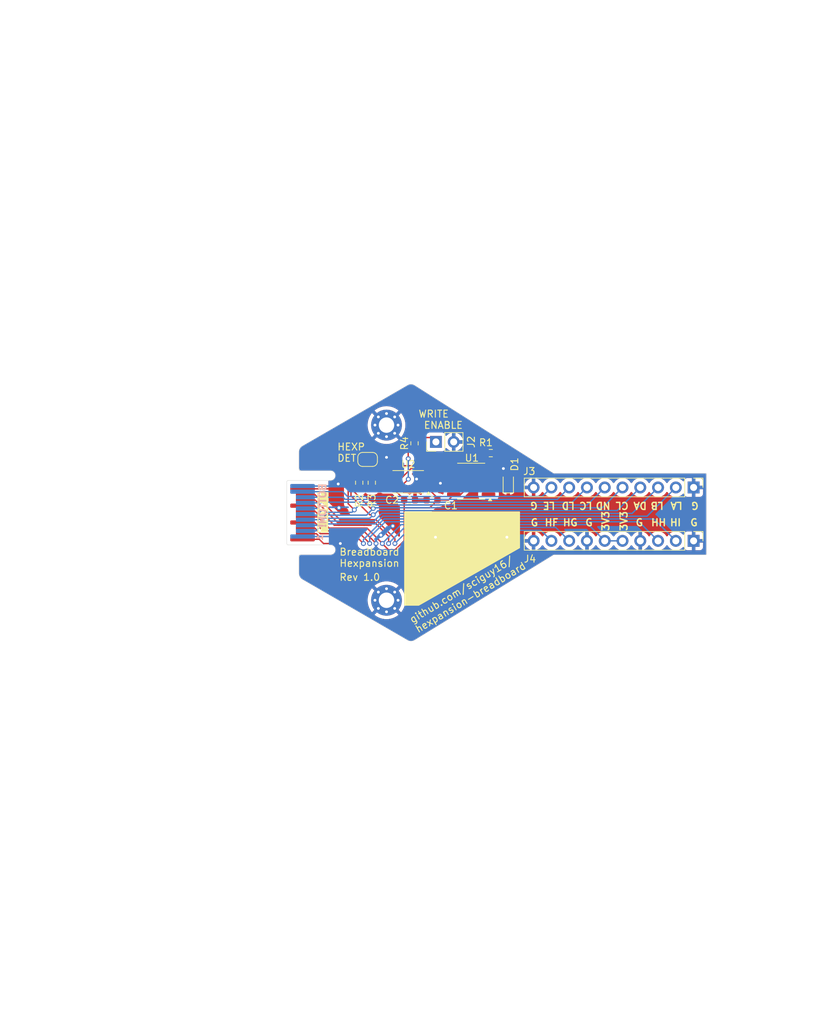
<source format=kicad_pcb>
(kicad_pcb (version 20240108) (generator "pcbnew") (generator_version "8.0")
  (layers (0 "F.Cu" signal) (31 "B.Cu" signal) (34 "B.Paste" user) (35 "F.Paste" user) (36 "B.SilkS" user "B.Silkscreen") (37 "F.SilkS" user "F.Silkscreen") (38 "B.Mask" user) (39 "F.Mask" user) (44 "Edge.Cuts" user))
  (net 0 "")
  (net 1 "/GND")
  (net 2 "/LS_A")
  (net 3 "/LS_B")
  (net 4 "/SDA")
  (net 5 "/SCL")
  (net 6 "/LS_C")
  (net 7 "/LS_D")
  (net 8 "/LS_E")
  (net 9 "/HS_F")
  (net 10 "/HS_G")
  (net 11 "/3V3")
  (net 12 "/HS_H")
  (net 13 "/HS_I")
  (net 14 "Net-(D1-A)")
  (net 15 "/HEXP_DET")
  (net 16 "/WE")
  (footprint "Resistor_SMD:R_0603_1608Metric" (layer "F.Cu") (at 116.5 90.1 90)
    (property "Reference" "R4" (at 0 -1.43 270) (layer "F.SilkS"))
    (property "Value" "R")
    (fp_line (start -0.237258 -0.5225) (end 0.237258 -0.5225) (stroke (width 0.12)) (layer "F.SilkS"))
    (fp_line (start -0.237258 0.5225) (end 0.237258 0.5225) (stroke (width 0.12)) (layer "F.SilkS"))
    (pad "1" smd roundrect (at -0.825 0 90) (size 0.8 0.95) (layers "F.Cu" "F.Paste" "F.Mask") (net 11 "/3V3"))
    (pad "2" smd roundrect (at 0.825 0 90) (size 0.8 0.95) (layers "F.Cu" "F.Paste" "F.Mask") (net 16 "/WE"))
  )
  (footprint "tildagon:hexpansion-edge-connector" (layer "F.Cu") (at 98.25 100)
    (property "Reference" "J1" (hide yes))
    (property "Value" "Hexpansion-Connector" (hide yes))
    (fp_line (start 0 4.4) (end 0 -4.4) (stroke (width 0.05)) (layer "Edge.Cuts"))
    (fp_line (start 6.25 -6) (end 2 -6) (stroke (width 0.05)) (layer "Edge.Cuts"))
    (fp_line (start 6.25 -4.6) (end 0.2 -4.6) (stroke (width 0.05)) (layer "Edge.Cuts"))
    (fp_line (start 6.25 4.6) (end 0.2 4.6) (stroke (width 0.05)) (layer "Edge.Cuts"))
    (fp_line (start 6.25 6) (end 2 6) (stroke (width 0.05)) (layer "Edge.Cuts"))
    (fp_arc (start 0 -4.4) (mid 0.058579 -4.541421) (end 0.2 -4.6) (stroke (width 0.05)) (layer "Edge.Cuts"))
    (fp_arc (start 0.2 4.6) (mid 0.058579 4.541421) (end 0 4.4) (stroke (width 0.05)) (layer "Edge.Cuts"))
    (fp_arc (start 6.25 -6) (mid 6.744975 -5.794975) (end 6.95 -5.3) (stroke (width 0.05)) (layer "Edge.Cuts"))
    (fp_arc (start 6.25 4.6) (mid 6.744975 4.805025) (end 6.95 5.3) (stroke (width 0.05)) (layer "Edge.Cuts"))
    (fp_arc (start 6.95 -5.3) (mid 6.744975 -4.805025) (end 6.25 -4.6) (stroke (width 0.05)) (layer "Edge.Cuts"))
    (fp_arc (start 6.95 5.3) (mid 6.744975 5.794975) (end 6.25 6) (stroke (width 0.05)) (layer "Edge.Cuts"))
    (fp_text user "BOTTOM!" (at 5.7 -4.3 90) (layer "B.SilkS") (effects (font (thickness 0.25) (bold yes)) (justify left bottom mirror)))
    (fp_text user "1" (at 5.2 3.05 90) (layer "B.SilkS") (effects (font (size 0.8 0.8) (thickness 0.2) (bold yes)) (justify left bottom mirror)))
    (fp_text user "^ TOP ^" (at 5.8 2.85 90) (layer "F.SilkS" knockout) (effects (font (thickness 0.25) (bold yes)) (justify left bottom)))
    (pad "1" smd roundrect (at 2.25 3.4) (size 3.5 0.6) (layers "B.Cu" "B.Mask") (net 1 "/GND"))
    (pad "2" smd roundrect (at 2.65 2.6) (size 2.7 0.6) (layers "B.Cu" "B.Mask") (net 2 "/LS_A"))
    (pad "3" smd roundrect (at 2.65 1.8) (size 2.7 0.6) (layers "B.Cu" "B.Mask") (net 3 "/LS_B"))
    (pad "4" smd roundrect (at 2.65 1) (size 2.7 0.6) (layers "B.Cu" "B.Mask") (net 4 "/SDA"))
    (pad "5" smd roundrect (at 2.65 0.2) (size 2.7 0.6) (layers "B.Cu" "B.Mask") (net 5 "/SCL"))
    (pad "6" smd roundrect (at 2.65 -0.6) (size 2.7 0.6) (layers "B.Cu" "B.Mask") (net 15 "/HEXP_DET"))
    (pad "7" smd roundrect (at 2.65 -1.4) (size 2.7 0.6) (layers "B.Cu" "B.Mask") (net 6 "/LS_C"))
    (pad "8" smd roundrect (at 2.65 -2.2) (size 2.7 0.6) (layers "B.Cu" "B.Mask") (net 7 "/LS_D"))
    (pad "9" smd roundrect (at 2.25 -3) (size 3.5 0.6) (layers "B.Cu" "B.Mask") (net 8 "/LS_E"))
    (pad "10" smd roundrect (at 2.25 -3.8) (size 3.5 0.6) (layers "B.Cu" "B.Mask") (net 1 "/GND"))
    (pad "11" smd roundrect (at 2.25 -3.4 180) (size 3.5 0.6) (layers "F.Cu" "F.Mask") (net 1 "/GND"))
    (pad "12" smd roundrect (at 2.65 -2.6 180) (size 2.7 0.6) (layers "F.Cu" "F.Mask") (net 9 "/HS_F"))
    (pad "13" smd roundrect (at 2.65 -1.8 180) (size 2.7 0.6) (layers "F.Cu" "F.Mask") (net 10 "/HS_G"))
    (pad "14" smd roundrect (at 2.25 -1 180) (size 3.5 0.6) (layers "F.Cu" "F.Mask") (net 1 "/GND"))
    (pad "15" smd roundrect (at 2.65 -0.2 180) (size 2.7 0.6) (layers "F.Cu" "F.Mask") (net 11 "/3V3"))
    (pad "16" smd roundrect (at 2.65 0.6 180) (size 2.7 0.6) (layers "F.Cu" "F.Mask") (net 11 "/3V3"))
    (pad "17" smd roundrect (at 2.25 1.4 180) (size 3.5 0.6) (layers "F.Cu" "F.Mask") (net 1 "/GND"))
    (pad "18" smd roundrect (at 2.65 2.2 180) (size 2.7 0.6) (layers "F.Cu" "F.Mask") (net 12 "/HS_H"))
    (pad "19" smd roundrect (at 2.65 3 180) (size 2.7 0.6) (layers "F.Cu" "F.Mask") (net 13 "/HS_I"))
    (pad "20" smd roundrect (at 2.25 3.8 180) (size 3.5 0.6) (layers "F.Cu" "F.Mask") (net 1 "/GND"))
  )
  (footprint "Connector_PinHeader_2.54mm:PinHeader_1x10_P2.54mm_Vertical" (layer "F.Cu") (at 156.38 104.02 -90)
    (property "Reference" "J4" (at 2.58 23.38 180) (layer "F.SilkS"))
    (property "Value" "Conn_01x10")
    (fp_line (start -1.33 24.19) (end 1.33 24.19) (stroke (width 0.12)) (layer "F.SilkS"))
    (fp_line (start -1.33 1.27) (end -1.33 24.19) (stroke (width 0.12)) (layer "F.SilkS"))
    (fp_line (start -1.33 1.27) (end 1.33 1.27) (stroke (width 0.12)) (layer "F.SilkS"))
    (fp_line (start 1.33 1.27) (end 1.33 24.19) (stroke (width 0.12)) (layer "F.SilkS"))
    (fp_line (start -1.33 0) (end -1.33 -1.33) (stroke (width 0.12)) (layer "F.SilkS"))
    (fp_line (start -1.33 -1.33) (end 0 -1.33) (stroke (width 0.12)) (layer "F.SilkS"))
    (pad "1" thru_hole rect (at 0 0 270) (size 1.7 1.7) (drill 1) (layers "*.Cu" "*.Mask") (net 1 "/GND"))
    (pad "2" thru_hole oval (at 0 2.54 270) (size 1.7 1.7) (drill 1) (layers "*.Cu" "*.Mask") (net 13 "/HS_I"))
    (pad "3" thru_hole oval (at 0 5.08 270) (size 1.7 1.7) (drill 1) (layers "*.Cu" "*.Mask") (net 12 "/HS_H"))
    (pad "4" thru_hole oval (at 0 7.62 270) (size 1.7 1.7) (drill 1) (layers "*.Cu" "*.Mask") (net 1 "/GND"))
    (pad "5" thru_hole oval (at 0 10.16 270) (size 1.7 1.7) (drill 1) (layers "*.Cu" "*.Mask") (net 11 "/3V3"))
    (pad "6" thru_hole oval (at 0 12.7 270) (size 1.7 1.7) (drill 1) (layers "*.Cu" "*.Mask") (net 11 "/3V3"))
    (pad "7" thru_hole oval (at 0 15.24 270) (size 1.7 1.7) (drill 1) (layers "*.Cu" "*.Mask") (net 1 "/GND"))
    (pad "8" thru_hole oval (at 0 17.78 270) (size 1.7 1.7) (drill 1) (layers "*.Cu" "*.Mask") (net 10 "/HS_G"))
    (pad "9" thru_hole oval (at 0 20.32 270) (size 1.7 1.7) (drill 1) (layers "*.Cu" "*.Mask") (net 9 "/HS_F"))
    (pad "10" thru_hole oval (at 0 22.86 270) (size 1.7 1.7) (drill 1) (layers "*.Cu" "*.Mask") (net 1 "/GND"))
  )
  (footprint "Connector_PinHeader_2.54mm:PinHeader_1x02_P2.54mm_Vertical" (layer "F.Cu") (at 119.56 89.9 90)
    (property "Reference" "J2" (at 0 5.04 90) (layer "F.SilkS"))
    (property "Value" "Conn_01x02")
    (fp_line (start -1.33 -1.33) (end 0 -1.33) (stroke (width 0.12)) (layer "F.SilkS"))
    (fp_line (start -1.33 0) (end -1.33 -1.33) (stroke (width 0.12)) (layer "F.SilkS"))
    (fp_line (start 1.33 1.27) (end 1.33 3.87) (stroke (width 0.12)) (layer "F.SilkS"))
    (fp_line (start -1.33 1.27) (end 1.33 1.27) (stroke (width 0.12)) (layer "F.SilkS"))
    (fp_line (start -1.33 1.27) (end -1.33 3.87) (stroke (width 0.12)) (layer "F.SilkS"))
    (fp_line (start -1.33 3.87) (end 1.33 3.87) (stroke (width 0.12)) (layer "F.SilkS"))
    (pad "1" thru_hole rect (at 0 0 90) (size 1.7 1.7) (drill 1) (layers "*.Cu" "*.Mask") (net 16 "/WE"))
    (pad "2" thru_hole oval (at 0 2.54 90) (size 1.7 1.7) (drill 1) (layers "*.Cu" "*.Mask") (net 1 "/GND"))
  )
  (footprint "LED_SMD:LED_0603_1608Metric" (layer "F.Cu") (at 129.9 95.7 90)
    (property "Reference" "D1" (at 2.6 0.9 270) (layer "F.SilkS"))
    (property "Value" "LED")
    (fp_line (start 0.8 -0.735) (end -1.485 -0.735) (stroke (width 0.12)) (layer "F.SilkS"))
    (fp_line (start -1.485 -0.735) (end -1.485 0.735) (stroke (width 0.12)) (layer "F.SilkS"))
    (fp_line (start -1.485 0.735) (end 0.8 0.735) (stroke (width 0.12)) (layer "F.SilkS"))
    (pad "1" smd roundrect (at -0.7875 0 90) (size 0.875 0.95) (layers "F.Cu" "F.Paste" "F.Mask") (net 1 "/GND"))
    (pad "2" smd roundrect (at 0.7875 0 90) (size 0.875 0.95) (layers "F.Cu" "F.Paste" "F.Mask") (net 14 "Net-(D1-A)"))
  )
  (footprint "Resistor_SMD:R_0603_1608Metric" (layer "F.Cu") (at 108.6 95.725 90)
    (property "Reference" "R2" (at -2.575 0 270) (layer "F.SilkS"))
    (property "Value" "2k2")
    (fp_line (start -0.237258 -0.5225) (end 0.237258 -0.5225) (stroke (width 0.12)) (layer "F.SilkS"))
    (fp_line (start -0.237258 0.5225) (end 0.237258 0.5225) (stroke (width 0.12)) (layer "F.SilkS"))
    (pad "1" smd roundrect (at -0.825 0 90) (size 0.8 0.95) (layers "F.Cu" "F.Paste" "F.Mask") (net 11 "/3V3"))
    (pad "2" smd roundrect (at 0.825 0 90) (size 0.8 0.95) (layers "F.Cu" "F.Paste" "F.Mask") (net 4 "/SDA"))
  )
  (footprint "Capacitor_SMD:C_0603_1608Metric" (layer "F.Cu") (at 119 98.2 180)
    (property "Reference" "C1" (at -2.7 -0.8 180) (layer "F.SilkS"))
    (property "Value" "10n")
    (fp_line (start -0.14058 0.51) (end 0.14058 0.51) (stroke (width 0.12)) (layer "F.SilkS"))
    (fp_line (start -0.14058 -0.51) (end 0.14058 -0.51) (stroke (width 0.12)) (layer "F.SilkS"))
    (pad "1" smd roundrect (at -0.775 0 180) (size 0.9 0.95) (layers "F.Cu" "F.Paste" "F.Mask") (net 11 "/3V3"))
    (pad "2" smd roundrect (at 0.775 0 180) (size 0.9 0.95) (layers "F.Cu" "F.Paste" "F.Mask") (net 1 "/GND"))
  )
  (footprint "MountingHole:MountingHole_2.2mm_M2_Pad_Via" (layer "F.Cu") (at 112.5 87.5)
    (property "Reference" "H2" (hide yes))
    (property "Value" "MountingHole_Pad")
    (pad "1" thru_hole circle (at -1.65 0) (size 0.7 0.7) (drill 0.4) (layers "*.Cu" "*.Mask") (net 1 "/GND"))
    (pad "1" thru_hole circle (at -1.166726 -1.166726) (size 0.7 0.7) (drill 0.4) (layers "*.Cu" "*.Mask") (net 1 "/GND"))
    (pad "1" thru_hole circle (at -1.166726 1.166726) (size 0.7 0.7) (drill 0.4) (layers "*.Cu" "*.Mask") (net 1 "/GND"))
    (pad "1" thru_hole circle (at 0 -1.65) (size 0.7 0.7) (drill 0.4) (layers "*.Cu" "*.Mask") (net 1 "/GND"))
    (pad "1" thru_hole circle (at 0 0) (size 4.4 4.4) (drill 2.2) (layers "*.Cu" "*.Mask") (net 1 "/GND"))
    (pad "1" thru_hole circle (at 0 1.65) (size 0.7 0.7) (drill 0.4) (layers "*.Cu" "*.Mask") (net 1 "/GND"))
    (pad "1" thru_hole circle (at 1.166726 -1.166726) (size 0.7 0.7) (drill 0.4) (layers "*.Cu" "*.Mask") (net 1 "/GND"))
    (pad "1" thru_hole circle (at 1.166726 1.166726) (size 0.7 0.7) (drill 0.4) (layers "*.Cu" "*.Mask") (net 1 "/GND"))
    (pad "1" thru_hole circle (at 1.65 0) (size 0.7 0.7) (drill 0.4) (layers "*.Cu" "*.Mask") (net 1 "/GND"))
  )
  (footprint "Connector_PinHeader_2.54mm:PinHeader_1x10_P2.54mm_Vertical" (layer "F.Cu") (at 156.38 96.4 -90)
    (property "Reference" "J3" (at -2.3 23.48 180) (layer "F.SilkS"))
    (property "Value" "Conn_01x10")
    (fp_line (start -1.33 24.19) (end 1.33 24.19) (stroke (width 0.12)) (layer "F.SilkS"))
    (fp_line (start -1.33 1.27) (end -1.33 24.19) (stroke (width 0.12)) (layer "F.SilkS"))
    (fp_line (start -1.33 1.27) (end 1.33 1.27) (stroke (width 0.12)) (layer "F.SilkS"))
    (fp_line (start 1.33 1.27) (end 1.33 24.19) (stroke (width 0.12)) (layer "F.SilkS"))
    (fp_line (start -1.33 0) (end -1.33 -1.33) (stroke (width 0.12)) (layer "F.SilkS"))
    (fp_line (start -1.33 -1.33) (end 0 -1.33) (stroke (width 0.12)) (layer "F.SilkS"))
    (pad "1" thru_hole rect (at 0 0 270) (size 1.7 1.7) (drill 1) (layers "*.Cu" "*.Mask") (net 1 "/GND"))
    (pad "2" thru_hole oval (at 0 2.54 270) (size 1.7 1.7) (drill 1) (layers "*.Cu" "*.Mask") (net 2 "/LS_A"))
    (pad "3" thru_hole oval (at 0 5.08 270) (size 1.7 1.7) (drill 1) (layers "*.Cu" "*.Mask") (net 3 "/LS_B"))
    (pad "4" thru_hole oval (at 0 7.62 270) (size 1.7 1.7) (drill 1) (layers "*.Cu" "*.Mask") (net 4 "/SDA"))
    (pad "5" thru_hole oval (at 0 10.16 270) (size 1.7 1.7) (drill 1) (layers "*.Cu" "*.Mask") (net 5 "/SCL"))
    (pad "6" thru_hole oval (at 0 12.7 270) (size 1.7 1.7) (drill 1) (layers "*.Cu" "*.Mask") (net 15 "/HEXP_DET"))
    (pad "7" thru_hole oval (at 0 15.24 270) (size 1.7 1.7) (drill 1) (layers "*.Cu" "*.Mask") (net 6 "/LS_C"))
    (pad "8" thru_hole oval (at 0 17.78 270) (size 1.7 1.7) (drill 1) (layers "*.Cu" "*.Mask") (net 7 "/LS_D"))
    (pad "9" thru_hole oval (at 0 20.32 270) (size 1.7 1.7) (drill 1) (layers "*.Cu" "*.Mask") (net 8 "/LS_E"))
    (pad "10" thru_hole oval (at 0 22.86 270) (size 1.7 1.7) (drill 1) (layers "*.Cu" "*.Mask") (net 1 "/GND"))
  )
  (footprint "Jumper:SolderJumper-2_P1.3mm_Bridged_RoundedPad1.0x1.5mm" (layer "F.Cu") (at 109.8 92.4)
    (property "Reference" "JP1" (hide yes))
    (property "Value" "SolderJumper_2_Bridged" (hide yes))
    (fp_poly (pts (xy 0.25 -0.3) (xy -0.25 -0.3) (xy -0.25 0.3) (xy 0.25 0.3)) (fill solid) (layer "F.Cu"))
    (fp_line (start -1.4 0.3) (end -1.4 -0.3) (stroke (width 0.12)) (layer "F.SilkS"))
    (fp_line (start -0.7 -1) (end 0.7 -1) (stroke (width 0.12)) (layer "F.SilkS"))
    (fp_line (start 0.7 1) (end -0.7 1) (stroke (width 0.12)) (layer "F.SilkS"))
    (fp_line (start 1.4 -0.3) (end 1.4 0.3) (stroke (width 0.12)) (layer "F.SilkS"))
    (fp_arc (start -1.4 -0.3) (mid -1.194975 -0.794975) (end -0.7 -1) (stroke (width 0.12)) (layer "F.SilkS"))
    (fp_arc (start -0.7 1) (mid -1.194975 0.794975) (end -1.4 0.3) (stroke (width 0.12)) (layer "F.SilkS"))
    (fp_arc (start 0.7 -1) (mid 1.194975 -0.794975) (end 1.4 -0.3) (stroke (width 0.12)) (layer "F.SilkS"))
    (fp_arc (start 1.4 0.3) (mid 1.194975 0.794975) (end 0.7 1) (stroke (width 0.12)) (layer "F.SilkS"))
    (pad "1" smd custom (at -0.65 0) (size 1 0.5) (layers "F.Cu" "F.Mask") (net 15 "/HEXP_DET") (options (clearance outline) (anchor rect)) (primitives (gr_circle (center 0 0.25) (end 0.5 0.25) (width 0) (fill yes)) (gr_circle (center 0 -0.25) (end 0.5 -0.25) (width 0) (fill yes)) (gr_poly (pts (xy 0.5 0.75) (xy 0 0.75) (xy 0 -0.75) (xy 0.5 -0.75)) (width 0) (fill yes))))
    (pad "2" smd custom (at 0.65 0) (size 1 0.5) (layers "F.Cu" "F.Mask") (net 1 "/GND") (options (clearance outline) (anchor rect)) (primitives (gr_circle (center 0 0.25) (end 0.5 0.25) (width 0) (fill yes)) (gr_circle (center 0 -0.25) (end 0.5 -0.25) (width 0) (fill yes)) (gr_poly (pts (xy 0 0.75) (xy -0.5 0.75) (xy -0.5 -0.75) (xy 0 -0.75)) (width 0) (fill yes))))
  )
  (footprint "Resistor_SMD:R_0603_1608Metric" (layer "F.Cu") (at 127.4 91.5)
    (property "Reference" "R1" (at -0.7 -1.5 360) (layer "F.SilkS"))
    (property "Value" "R")
    (fp_line (start -0.237258 -0.5225) (end 0.237258 -0.5225) (stroke (width 0.12)) (layer "F.SilkS"))
    (fp_line (start -0.237258 0.5225) (end 0.237258 0.5225) (stroke (width 0.12)) (layer "F.SilkS"))
    (pad "1" smd roundrect (at -0.825 0) (size 0.8 0.95) (layers "F.Cu" "F.Paste" "F.Mask") (net 11 "/3V3"))
    (pad "2" smd roundrect (at 0.825 0) (size 0.8 0.95) (layers "F.Cu" "F.Paste" "F.Mask") (net 14 "Net-(D1-A)"))
  )
  (footprint "Resistor_SMD:R_0603_1608Metric" (layer "F.Cu") (at 110.4 95.725 90)
    (property "Reference" "R3" (at -2.575 0 270) (layer "F.SilkS"))
    (property "Value" "2k2")
    (fp_line (start -0.237258 -0.5225) (end 0.237258 -0.5225) (stroke (width 0.12)) (layer "F.SilkS"))
    (fp_line (start -0.237258 0.5225) (end 0.237258 0.5225) (stroke (width 0.12)) (layer "F.SilkS"))
    (pad "1" smd roundrect (at -0.825 0 90) (size 0.8 0.95) (layers "F.Cu" "F.Paste" "F.Mask") (net 11 "/3V3"))
    (pad "2" smd roundrect (at 0.825 0 90) (size 0.8 0.95) (layers "F.Cu" "F.Paste" "F.Mask") (net 5 "/SCL"))
  )
  (footprint "Package_SO:TSSOP-8_4.4x3mm_P0.65mm" (layer "F.Cu") (at 115.6 95.6 180)
    (property "Reference" "U2" (at 0 2.5 180) (layer "F.SilkS"))
    (property "Value" "ZD24C64A-XGMT")
    (fp_line (start 0 1.61) (end 2.2 1.61) (stroke (width 0.12)) (layer "F.SilkS"))
    (fp_line (start 0 1.61) (end -2.2 1.61) (stroke (width 0.12)) (layer "F.SilkS"))
    (fp_line (start 0 -1.61) (end 2.2 -1.61) (stroke (width 0.12)) (layer "F.SilkS"))
    (fp_line (start 0 -1.61) (end -2.2 -1.61) (stroke (width 0.12)) (layer "F.SilkS"))
    (fp_poly (pts (xy -2.9 -1.435) (xy -3.14 -1.765) (xy -2.66 -1.765) (xy -2.9 -1.435)) (stroke (width 0.12)) (fill solid) (layer "F.SilkS"))
    (pad "1" smd roundrect (at -2.8625 -0.975 180) (size 1.475 0.4) (layers "F.Cu" "F.Paste" "F.Mask") (net 11 "/3V3"))
    (pad "2" smd roundrect (at -2.8625 -0.325 180) (size 1.475 0.4) (layers "F.Cu" "F.Paste" "F.Mask") (net 11 "/3V3"))
    (pad "3" smd roundrect (at -2.8625 0.325 180) (size 1.475 0.4) (layers "F.Cu" "F.Paste" "F.Mask") (net 11 "/3V3"))
    (pad "4" smd roundrect (at -2.8625 0.975 180) (size 1.475 0.4) (layers "F.Cu" "F.Paste" "F.Mask") (net 1 "/GND"))
    (pad "5" smd roundrect (at 2.8625 0.975 180) (size 1.475 0.4) (layers "F.Cu" "F.Paste" "F.Mask") (net 4 "/SDA"))
    (pad "6" smd roundrect (at 2.8625 0.325 180) (size 1.475 0.4) (layers "F.Cu" "F.Paste" "F.Mask") (net 5 "/SCL"))
    (pad "7" smd roundrect (at 2.8625 -0.325 180) (size 1.475 0.4) (layers "F.Cu" "F.Paste" "F.Mask") (net 16 "/WE"))
    (pad "8" smd roundrect (at 2.8625 -0.975 180) (size 1.475 0.4) (layers "F.Cu" "F.Paste" "F.Mask") (net 11 "/3V3"))
  )
  (footprint "Package_SO:SOIC-8_3.9x4.9mm_P1.27mm" (layer "F.Cu") (at 124.6 95.5 180)
    (property "Reference" "U1" (at -0.1 3.3 180) (layer "F.SilkS"))
    (property "Value" "ATSHA204A-SSHDA")
    (fp_line (start 0 2.56) (end 1.95 2.56) (stroke (width 0.12)) (layer "F.SilkS"))
    (fp_line (start 0 2.56) (end -1.95 2.56) (stroke (width 0.12)) (layer "F.SilkS"))
    (fp_line (start 0 -2.56) (end 1.95 -2.56) (stroke (width 0.12)) (layer "F.SilkS"))
    (fp_line (start 0 -2.56) (end -1.95 -2.56) (stroke (width 0.12)) (layer "F.SilkS"))
    (fp_poly (pts (xy -2.7 -2.465) (xy -2.94 -2.795) (xy -2.46 -2.795) (xy -2.7 -2.465)) (stroke (width 0.12)) (fill solid) (layer "F.SilkS"))
    (pad "1" smd roundrect (at -2.475 -1.905 180) (size 1.95 0.6) (layers "F.Cu" "F.Paste" "F.Mask"))
    (pad "2" smd roundrect (at -2.475 -0.635 180) (size 1.95 0.6) (layers "F.Cu" "F.Paste" "F.Mask"))
    (pad "3" smd roundrect (at -2.475 0.635 180) (size 1.95 0.6) (layers "F.Cu" "F.Paste" "F.Mask"))
    (pad "4" smd roundrect (at -2.475 1.905 180) (size 1.95 0.6) (layers "F.Cu" "F.Paste" "F.Mask") (net 1 "/GND"))
    (pad "5" smd roundrect (at 2.475 1.905 180) (size 1.95 0.6) (layers "F.Cu" "F.Paste" "F.Mask") (net 4 "/SDA"))
    (pad "6" smd roundrect (at 2.475 0.635 180) (size 1.95 0.6) (layers "F.Cu" "F.Paste" "F.Mask") (net 5 "/SCL"))
    (pad "7" smd roundrect (at 2.475 -0.635 180) (size 1.95 0.6) (layers "F.Cu" "F.Paste" "F.Mask"))
    (pad "8" smd roundrect (at 2.475 -1.905 180) (size 1.95 0.6) (layers "F.Cu" "F.Paste" "F.Mask") (net 11 "/3V3"))
  )
  (footprint "Capacitor_SMD:C_0603_1608Metric" (layer "F.Cu") (at 115.8 98.2)
    (property "Reference" "C2" (at -2.5 0 0) (layer "F.SilkS"))
    (property "Value" "10n")
    (fp_line (start -0.14058 -0.51) (end 0.14058 -0.51) (stroke (width 0.12)) (layer "F.SilkS"))
    (fp_line (start -0.14058 0.51) (end 0.14058 0.51) (stroke (width 0.12)) (layer "F.SilkS"))
    (pad "1" smd roundrect (at -0.775 0) (size 0.9 0.95) (layers "F.Cu" "F.Paste" "F.Mask") (net 11 "/3V3"))
    (pad "2" smd roundrect (at 0.775 0) (size 0.9 0.95) (layers "F.Cu" "F.Paste" "F.Mask") (net 1 "/GND"))
  )
  (footprint "MountingHole:MountingHole_2.2mm_M2_Pad_Via" (layer "F.Cu") (at 112.5 112.5)
    (property "Reference" "H1" (hide yes))
    (property "Value" "MountingHole_Pad")
    (pad "1" thru_hole circle (at -1.65 0) (size 0.7 0.7) (drill 0.4) (layers "*.Cu" "*.Mask") (net 1 "/GND"))
    (pad "1" thru_hole circle (at -1.166726 -1.166726) (size 0.7 0.7) (drill 0.4) (layers "*.Cu" "*.Mask") (net 1 "/GND"))
    (pad "1" thru_hole circle (at -1.166726 1.166726) (size 0.7 0.7) (drill 0.4) (layers "*.Cu" "*.Mask") (net 1 "/GND"))
    (pad "1" thru_hole circle (at 0 -1.65) (size 0.7 0.7) (drill 0.4) (layers "*.Cu" "*.Mask") (net 1 "/GND"))
    (pad "1" thru_hole circle (at 0 0) (size 4.4 4.4) (drill 2.2) (layers "*.Cu" "*.Mask") (net 1 "/GND"))
    (pad "1" thru_hole circle (at 0 1.65) (size 0.7 0.7) (drill 0.4) (layers "*.Cu" "*.Mask") (net 1 "/GND"))
    (pad "1" thru_hole circle (at 1.166726 -1.166726) (size 0.7 0.7) (drill 0.4) (layers "*.Cu" "*.Mask") (net 1 "/GND"))
    (pad "1" thru_hole circle (at 1.166726 1.166726) (size 0.7 0.7) (drill 0.4) (layers "*.Cu" "*.Mask") (net 1 "/GND"))
    (pad "1" thru_hole circle (at 1.65 0) (size 0.7 0.7) (drill 0.4) (layers "*.Cu" "*.Mask") (net 1 "/GND"))
  )
  (gr_poly (pts (xy 131.5 105) (xy 131.5 99.9) (xy 115.1 99.9) (xy 115.1 113.2) (xy 117.1 113.2)) (stroke (width 0.15)) (fill solid) (layer "F.SilkS"))
  (gr_line (start 100.5 90.473725) (end 115.499995 81.813472) (stroke (width 0.05)) (layer "Edge.Cuts"))
  (gr_arc (start 100.25 94) (mid 100.073223 93.926777) (end 100 93.75) (stroke (width 0.1)) (layer "Edge.Cuts"))
  (gr_arc (start 115.499995 81.813472) (mid 115.999995 81.679497) (end 116.499995 81.813472) (stroke (width 0.05)) (layer "Edge.Cuts"))
  (gr_line (start 100.5 109.526269) (end 115.499995 118.186522) (stroke (width 0.05)) (layer "Edge.Cuts"))
  (gr_line (start 158.2 94.4) (end 158.2 106) (stroke (width 0.05)) (layer "Edge.Cuts"))
  (gr_line (start 100 93.75) (end 100 91.33975) (stroke (width 0.05)) (layer "Edge.Cuts"))
  (gr_line (start 136.4 106) (end 158.2 106) (stroke (width 0.05)) (layer "Edge.Cuts"))
  (gr_arc (start 100 91.33975) (mid 100.133975 90.83975) (end 100.5 90.473725) (stroke (width 0.05)) (layer "Edge.Cuts"))
  (gr_line (start 100 106.25) (end 100 108.660243) (stroke (width 0.05)) (layer "Edge.Cuts"))
  (gr_line (start 136.4 94.4) (end 158.2 94.4) (stroke (width 0.05)) (layer "Edge.Cuts"))
  (gr_line (start 116.499995 81.813472) (end 136.4 94.4) (stroke (width 0.05)) (layer "Edge.Cuts"))
  (gr_arc (start 100 106.25) (mid 100.073223 106.073223) (end 100.25 106) (stroke (width 0.1)) (layer "Edge.Cuts"))
  (gr_arc (start 100.5 109.526269) (mid 100.133975 109.160243) (end 100 108.660243) (stroke (width 0.05)) (layer "Edge.Cuts"))
  (gr_arc (start 116.499995 118.186522) (mid 115.999995 118.320497) (end 115.499995 118.186522) (stroke (width 0.05)) (layer "Edge.Cuts"))
  (gr_line (start 116.499995 118.186522) (end 136.4 106) (stroke (width 0.05)) (layer "Edge.Cuts"))
  (gr_text "HI" (at 152.9 102 0) (layer "F.SilkS") (effects (font (size 1 1) (thickness 0.2) (bold yes)) (justify left bottom)))
  (gr_text "LC" (at 142 98.4 180) (layer "F.SilkS") (effects (font (size 1 1) (thickness 0.2) (bold yes)) (justify left bottom)))
  (gr_text "HH" (at 150.2 102 0) (layer "F.SilkS") (effects (font (size 1 1) (thickness 0.2) (bold yes)) (justify left bottom)))
  (gr_text "LD" (at 139.5 98.4 180) (layer "F.SilkS") (effects (font (size 1 1) (thickness 0.2) (bold yes)) (justify left bottom)))
  (gr_text "LA" (at 154.9 98.4 180) (layer "F.SilkS") (effects (font (size 1 1) (thickness 0.2) (bold yes)) (justify left bottom)))
  (gr_text "3V3" (at 147 102.7 90) (layer "F.SilkS") (effects (font (size 1 1) (thickness 0.2) (bold yes)) (justify left bottom)))
  (gr_text "Breadboard\nHexpansion" (at 105.7 107.8 0) (layer "F.SilkS") (effects (font (size 1 1)) (justify left bottom)))
  (gr_text "CL" (at 147.2 98.4 180) (layer "F.SilkS") (effects (font (size 1 1) (thickness 0.2) (bold yes)) (justify left bottom)))
  (gr_text "Rev 1.0" (at 105.7 109.8 0) (layer "F.SilkS") (effects (font (size 1 1)) (justify left bottom)))
  (gr_text "G" (at 157.2 98.4 180) (layer "F.SilkS") (effects (font (size 1 1) (thickness 0.2) (bold yes)) (justify left bottom)))
  (gr_text "LE" (at 136.7 98.4 180) (layer "F.SilkS") (effects (font (size 1 1) (thickness 0.2) (bold yes)) (justify left bottom)))
  (gr_text "github.com/sciguy16/\nhexpansion-breadboard" (at 117 117.3 31) (layer "F.SilkS") (effects (font (size 1 1)) (justify left bottom)))
  (gr_text "DA" (at 149.8 98.4 180) (layer "F.SilkS") (effects (font (size 1 1) (thickness 0.2) (bold yes)) (justify left bottom)))
  (gr_text "LB" (at 152.2 98.4 180) (layer "F.SilkS") (effects (font (size 1 1) (thickness 0.2) (bold yes)) (justify left bottom)))
  (gr_text "HF" (at 135 102 0) (layer "F.SilkS") (effects (font (size 1 1) (thickness 0.2) (bold yes)) (justify left bottom)))
  (gr_text "G" (at 133 102 0) (layer "F.SilkS") (effects (font (size 1 1) (thickness 0.2) (bold yes)) (justify left bottom)))
  (gr_text "HG" (at 137.6 102 0) (layer "F.SilkS") (effects (font (size 1 1) (thickness 0.2) (bold yes)) (justify left bottom)))
  (gr_text "G" (at 155.8 102 0) (layer "F.SilkS") (effects (font (size 1 1) (thickness 0.2) (bold yes)) (justify left bottom)))
  (gr_text "G" (at 148 102 0) (layer "F.SilkS") (effects (font (size 1 1) (thickness 0.2) (bold yes)) (justify left bottom)))
  (gr_text "ND" (at 144.6 98.4 180) (layer "F.SilkS") (effects (font (size 1 1) (thickness 0.2) (bold yes)) (justify left bottom)))
  (gr_text "HEXP\nDET" (at 105.4 92.8 0) (layer "F.SilkS") (effects (font (size 1 1)) (justify left bottom)))
  (gr_text "3V3" (at 144.4 102.7 90) (layer "F.SilkS") (effects (font (size 1 1) (thickness 0.2) (bold yes)) (justify left bottom)))
  (gr_text "WRITE\n ENABLE" (at 117 88.1 0) (layer "F.SilkS") (effects (font (size 1 1)) (justify left bottom)))
  (gr_text "G" (at 134.2 98.4 180) (layer "F.SilkS") (effects (font (size 1 1) (thickness 0.2) (bold yes)) (justify left bottom)))
  (gr_text "G" (at 140.8 102 0) (layer "F.SilkS") (effects (font (size 1 1) (thickness 0.2) (bold yes)) (justify left bottom)))
  (segment (start 119.199999 94.625) (end 120.2 95.625001) (width 0.2) (layer "F.Cu") (net 1))
  (segment (start 100.5 101.4) (end 102.249999 101.4) (width 0.2) (layer "F.Cu") (net 1))
  (segment (start 103.5 104.4) (end 102.9 103.8) (width 0.2) (layer "F.Cu") (net 1))
  (segment (start 120.2 95.625001) (end 120.2 95.8) (width 0.2) (layer "F.Cu") (net 1))
  (segment (start 118.4625 94.625) (end 119.199999 94.625) (width 0.2) (layer "F.Cu") (net 1))
  (segment (start 100.5 96.6) (end 104.9 96.6) (width 0.2) (layer "F.Cu") (net 1))
  (segment (start 105.049999 101.8) (end 105.7 101.8) (width 0.2) (layer "F.Cu") (net 1))
  (segment (start 110.3 101.8) (end 109.3 101.8) (width 0.2) (layer "F.Cu") (net 1))
  (segment (start 105.7 101.8) (end 109.3 101.8) (width 0.2) (layer "F.Cu") (net 1))
  (segment (start 100.5 99) (end 102.249999 99) (width 0.2) (layer "F.Cu") (net 1))
  (segment (start 103.449999 102.6) (end 108.5 102.6) (width 0.2) (layer "F.Cu") (net 1))
  (segment (start 108.5 102.6) (end 109.219239 102.6) (width 0.2) (layer "F.Cu") (net 1))
  (segment (start 102.9 103.8) (end 100.5 103.8) (width 0.2) (layer "F.Cu") (net 1))
  (segment (start 105.9 104.4) (end 103.5 104.4) (width 0.2) (layer "F.Cu") (net 1))
  (segment (start 102.249999 101.4) (end 103.449999 102.6) (width 0.2) (layer "F.Cu") (net 1))
  (segment (start 111 104.380761) (end 111 104.4) (width 0.2) (layer "F.Cu") (net 1))
  (segment (start 109.219239 102.6) (end 111 104.380761) (width 0.2) (layer "F.Cu") (net 1))
  (segment (start 117.375 94.625) (end 116.8 95.2) (width 0.2) (layer "F.Cu") (net 1))
  (segment (start 118.4625 94.625) (end 117.375 94.625) (width 0.2) (layer "F.Cu") (net 1))
  (segment (start 102.249999 99) (end 105.049999 101.8) (width 0.2) (layer "F.Cu") (net 1))
  (segment (start 104.9 96.6) (end 105.5 96) (width 0.2) (layer "F.Cu") (net 1))
  (via (at 111.7 103.2) (size 0.7) (drill 0.4) (layers "F.Cu" "B.Cu") (net 1))
  (via (at 129.7 103.5) (size 0.7) (drill 0.4) (layers "F.Cu" "B.Cu") (net 1))
  (via (at 112.5 92.1) (size 0.7) (drill 0.4) (layers "F.Cu" "B.Cu") (net 1))
  (via (at 120.2 95.8) (size 0.7) (drill 0.4) (layers "F.Cu" "B.Cu") (net 1))
  (via (at 129.2 93.7) (size 0.7) (drill 0.4) (layers "F.Cu" "B.Cu") (net 1))
  (via (at 105.9 104.4) (size 0.7) (drill 0.4) (layers "F.Cu" "B.Cu") (net 1))
  (via (at 113.4 101.9) (size 0.7) (drill 0.4) (layers "F.Cu" "B.Cu") (net 1))
  (via (at 119.5 103.5) (size 0.7) (drill 0.4) (layers "F.Cu" "B.Cu") (net 1))
  (via (at 105.7 99.3) (size 0.7) (drill 0.4) (layers "F.Cu" "B.Cu") (net 1))
  (via (at 116.8 95.2) (size 0.7) (drill 0.4) (layers "F.Cu" "B.Cu") (net 1))
  (via (at 105.6 95.9) (size 0.7) (drill 0.4) (layers "F.Cu" "B.Cu") (net 1))
  (via (at 111 104.4) (size 0.7) (drill 0.4) (layers "F.Cu" "B.Cu") (net 1))
  (segment (start 105.3 96.2) (end 105.5 96) (width 0.2) (layer "B.Cu") (net 1))
  (segment (start 104.9 103.4) (end 105.9 104.4) (width 0.2) (layer "B.Cu") (net 1))
  (segment (start 111 104.4) (end 111 103.9) (width 0.2) (layer "B.Cu") (net 1))
  (segment (start 100.5 103.4) (end 104.9 103.4) (width 0.2) (layer "B.Cu") (net 1))
  (segment (start 111 103.9) (end 111.7 103.2) (width 0.2) (layer "B.Cu") (net 1))
  (segment (start 100.5 96.2) (end 105.3 96.2) (width 0.2) (layer "B.Cu") (net 1))
  (segment (start 111.7 103.2) (end 113 101.9) (width 0.2) (layer "B.Cu") (net 1))
  (segment (start 113 101.9) (end 113.4 101.9) (width 0.2) (layer "B.Cu") (net 1))
  (segment (start 153.84 96.4) (end 149.74 100.5) (width 0.2) (layer "B.Cu") (net 2))
  (segment (start 102.4 102.6) (end 100.9 102.6) (width 0.2) (layer "B.Cu") (net 2))
  (segment (start 111.984925 100.5) (end 110.884925 101.6) (width 0.2) (layer "B.Cu") (net 2))
  (segment (start 110.884925 101.6) (end 103.4 101.6) (width 0.2) (layer "B.Cu") (net 2))
  (segment (start 149.74 100.5) (end 111.984925 100.5) (width 0.2) (layer "B.Cu") (net 2))
  (segment (start 103.4 101.6) (end 102.4 102.6) (width 0.2) (layer "B.Cu") (net 2))
  (segment (start 102.6 101.8) (end 100.9 101.8) (width 0.2) (layer "B.Cu") (net 3))
  (segment (start 147.6 100.1) (end 111.819239 100.1) (width 0.2) (layer "B.Cu") (net 3))
  (segment (start 103.2 101.2) (end 102.6 101.8) (width 0.2) (layer "B.Cu") (net 3))
  (segment (start 151.3 96.4) (end 147.6 100.1) (width 0.2) (layer "B.Cu") (net 3))
  (segment (start 111.819239 100.1) (end 110.719239 101.2) (width 0.2) (layer "B.Cu") (net 3))
  (segment (start 110.719239 101.2) (end 103.2 101.2) (width 0.2) (layer "B.Cu") (net 3))
  (segment (start 108 94.9) (end 108.6 94.9) (width 0.2) (layer "F.Cu") (net 4))
  (segment (start 107.425 95.475) (end 108 94.9) (width 0.2) (layer "F.Cu") (net 4))
  (segment (start 121.83 93.3) (end 122.125 93.595) (width 0.2) (layer "F.Cu") (net 4))
  (segment (start 112.7375 94.625) (end 114.0625 93.3) (width 0.2) (layer "F.Cu") (net 4))
  (segment (start 108.6 94.9) (end 109.3 94.2) (width 0.2) (layer "F.Cu") (net 4))
  (segment (start 114.0625 93.3) (end 121.83 93.3) (width 0.2) (layer "F.Cu") (net 4))
  (segment (start 110.125 100.3) (end 107.425 97.6) (width 0.2) (layer "F.Cu") (net 4))
  (segment (start 109.3 94.2) (end 112.3125 94.2) (width 0.2) (layer "F.Cu") (net 4))
  (segment (start 112.3125 94.2) (end 112.7375 94.625) (width 0.2) (layer "F.Cu") (net 4))
  (segment (start 107.425 97.6) (end 107.425 95.475) (width 0.2) (layer "F.Cu") (net 4))
  (segment (start 110.6 100.3) (end 110.125 100.3) (width 0.2) (layer "F.Cu") (net 4))
  (via (at 110.6 100.3) (size 0.7) (drill 0.4) (layers "F.Cu" "B.Cu") (net 4))
  (segment (start 102.8 101) (end 100.9 101) (width 0.2) (layer "B.Cu") (net 4))
  (segment (start 111.3 99.7) (end 145.46 99.7) (width 0.2) (layer "B.Cu") (net 4))
  (segment (start 110.1 100.8) (end 110.6 100.3) (width 0.2) (layer "B.Cu") (net 4))
  (segment (start 103 100.8) (end 102.8 101) (width 0.2) (layer "B.Cu") (net 4))
  (segment (start 110.1 100.8) (end 103 100.8) (width 0.2) (layer "B.Cu") (net 4))
  (segment (start 110.6 100.4) (end 110.5 100.4) (width 0.2) (layer "B.Cu") (net 4))
  (segment (start 145.46 99.7) (end 148.76 96.4) (width 0.2) (layer "B.Cu") (net 4))
  (segment (start 110.7 100.3) (end 110.6 100.3) (width 0.2) (layer "B.Cu") (net 4))
  (segment (start 111.3 99.7) (end 110.7 100.3) (width 0.2) (layer "B.Cu") (net 4))
  (segment (start 112.7375 95.275) (end 114.425 95.275) (width 0.2) (layer "F.Cu") (net 5))
  (segment (start 120.365 94.865) (end 122.125 94.865) (width 0.2) (layer "F.Cu") (net 5))
  (segment (start 109.7 95.6) (end 110.4 94.9) (width 0.2) (layer "F.Cu") (net 5))
  (segment (start 119.2 93.7) (end 120.365 94.865) (width 0.2) (layer "F.Cu") (net 5))
  (segment (start 110.6 99.4) (end 110.262352 99.4) (width 0.2) (layer "F.Cu") (net 5))
  (segment (start 110.262352 99.4) (end 107.825 96.962648) (width 0.2) (layer "F.Cu") (net 5))
  (segment (start 108.362352 95.6) (end 109.7 95.6) (width 0.2) (layer "F.Cu") (net 5))
  (segment (start 110.4 94.9) (end 110.6 94.9) (width 0.2) (layer "F.Cu") (net 5))
  (segment (start 114.425 95.275) (end 116 93.7) (width 0.2) (layer "F.Cu") (net 5))
  (segment (start 110.975 95.275) (end 112.7375 95.275) (width 0.2) (layer "F.Cu") (net 5))
  (segment (start 116 93.7) (end 119.2 93.7) (width 0.2) (layer "F.Cu") (net 5))
  (segment (start 107.825 96.962648) (end 107.825 96.137352) (width 0.2) (layer "F.Cu") (net 5))
  (segment (start 110.6 94.9) (end 110.975 95.275) (width 0.2) (layer "F.Cu") (net 5))
  (segment (start 107.825 96.137352) (end 108.362352 95.6) (width 0.2) (layer "F.Cu") (net 5))
  (via (at 110.6 99.4) (size 0.7) (drill 0.4) (layers "F.Cu" "B.Cu") (net 5))
  (segment (start 110.6 99.4) (end 110.7 99.3) (width 0.2) (layer "B.Cu") (net 5))
  (segment (start 110.7 99.3) (end 143.32 99.3) (width 0.2) (layer "B.Cu") (net 5))
  (segment (start 110.6 99.4) (end 109.65 100.35) (width 0.2) (layer "B.Cu") (net 5))
  (segment (start 143.32 99.3) (end 146.22 96.4) (width 0.2) (layer "B.Cu") (net 5))
  (segment (start 109.65 100.35) (end 101.05 100.35) (width 0.2) (layer "B.Cu") (net 5))
  (segment (start 101.05 100.35) (end 100.9 100.2) (width 0.2) (layer "B.Cu") (net 5))
  (segment (start 141.14 96.4) (end 139.04 98.5) (width 0.2) (layer "B.Cu") (net 6))
  (segment (start 139.04 98.5) (end 103.2 98.5) (width 0.2) (layer "B.Cu") (net 6))
  (segment (start 103.1 98.6) (end 100.9 98.6) (width 0.2) (layer "B.Cu") (net 6))
  (segment (start 103.2 98.5) (end 103.1 98.6) (width 0.2) (layer "B.Cu") (net 6))
  (segment (start 106.290686 97.8) (end 100.9 97.8) (width 0.2) (layer "B.Cu") (net 7))
  (segment (start 136.9 98.1) (end 106.590686 98.1) (width 0.2) (layer "B.Cu") (net 7))
  (segment (start 138.6 96.4) (end 136.9 98.1) (width 0.2) (layer "B.Cu") (net 7))
  (segment (start 106.590686 98.1) (end 106.290686 97.8) (width 0.2) (layer "B.Cu") (net 7))
  (segment (start 106.945343 97.7) (end 106.245343 97) (width 0.2) (layer "B.Cu") (net 8))
  (segment (start 100.5 97) (end 106.245343 97) (width 0.2) (layer "B.Cu") (net 8))
  (segment (start 136.06 96.4) (end 134.76 97.7) (width 0.2) (layer "B.Cu") (net 8))
  (segment (start 134.76 97.7) (end 106.945343 97.7) (width 0.2) (layer "B.Cu") (net 8))
  (segment (start 100.9 97.4) (end 102.249999 97.4) (width 0.2) (layer "F.Cu") (net 9))
  (segment (start 113.7 103.715076) (end 113.7 104.4) (width 0.2) (layer "F.Cu") (net 9))
  (segment (start 102.249999 97.4) (end 105.849999 101) (width 0.2) (layer "F.Cu") (net 9))
  (segment (start 105.849999 101) (end 110.984924 101) (width 0.2) (layer "F.Cu") (net 9))
  (segment (start 110.984924 101) (end 113.7 103.715076) (width 0.2) (layer "F.Cu") (net 9))
  (via (at 113.7 104.4) (size 0.7) (drill 0.4) (layers "F.Cu" "B.Cu") (net 9))
  (segment (start 134.54 102.5) (end 115.6 102.5) (width 0.2) (layer "B.Cu") (net 9))
  (segment (start 136.06 104.02) (end 134.54 102.5) (width 0.2) (layer "B.Cu") (net 9))
  (segment (start 115.6 102.5) (end 113.7 104.4) (width 0.2) (layer "B.Cu") (net 9))
  (segment (start 112.8 103.380761) (end 110.819239 101.4) (width 0.2) (layer "F.Cu") (net 10))
  (segment (start 112.8 104.4) (end 112.8 103.380761) (width 0.2) (layer "F.Cu") (net 10))
  (segment (start 110.819239 101.4) (end 110.3 101.4) (width 0.2) (layer "F.Cu") (net 10))
  (segment (start 100.9 98.2) (end 102.3 98.2) (width 0.2) (layer "F.Cu") (net 10))
  (segment (start 102.3 98.2) (end 105.5 101.4) (width 0.2) (layer "F.Cu") (net 10))
  (segment (start 105.5 101.4) (end 110.3 101.4) (width 0.2) (layer "F.Cu") (net 10))
  (via (at 112.8 104.4) (size 0.7) (drill 0.4) (layers "F.Cu" "B.Cu") (net 10))
  (segment (start 136.68 102.1) (end 115.080761 102.1) (width 0.2) (layer "B.Cu") (net 10))
  (segment (start 115.080761 102.1) (end 112.8 104.380761) (width 0.2) (layer "B.Cu") (net 10))
  (segment (start 112.8 104.380761) (end 112.8 104.4) (width 0.2) (layer "B.Cu") (net 10))
  (segment (start 138.6 104.02) (end 136.68 102.1) (width 0.2) (layer "B.Cu") (net 10))
  (segment (start 118.7 92.1) (end 117.525 90.925) (width 0.2) (layer "F.Cu") (net 11))
  (segment (start 123.1 92.1) (end 118.7 92.1) (width 0.2) (layer "F.Cu") (net 11))
  (segment (start 109.719239 102.2) (end 109.3 102.2) (width 0.2) (layer "F.Cu") (net 11))
  (segment (start 102.7 100.6) (end 100.9 100.6) (width 0.2) (layer "F.Cu") (net 11))
  (segment (start 113.475 96.575) (end 112.7375 96.575) (width 0.2) (layer "F.Cu") (net 11))
  (segment (start 119.775 98.2) (end 119.775 97.8875) (width 0.2) (layer "F.Cu") (net 11))
  (segment (start 125.4 91.5) (end 126.575 91.5) (width 0.2) (layer "F.Cu") (net 11))
  (segment (start 111.9 104.419239) (end 112.780761 105.3) (width 0.2) (layer "F.Cu") (net 11))
  (segment (start 111.9 104.380761) (end 109.719239 102.2) (width 0.2) (layer "F.Cu") (net 11))
  (segment (start 115.025 103.994239) (end 115.025 99.3) (width 0.2) (layer "F.Cu") (net 11))
  (segment (start 104.3 102.2) (end 109.3 102.2) (width 0.2) (layer "F.Cu") (net 11))
  (segment (start 102.7 100.2) (end 102.3 99.8) (width 0.2) (layer "F.Cu") (net 11))
  (segment (start 118.4625 96.575) (end 118.4625 95.275) (width 0.2) (layer "F.Cu") (net 11))
  (segment (start 117.525 90.925) (end 116.5 90.925) (width 0.2) (layer "F.Cu") (net 11))
  (segment (start 119.775 97.8875) (end 118.4625 96.575) (width 0.2) (layer "F.Cu") (net 11))
  (segment (start 111.9 104.4) (end 111.9 104.419239) (width 0.2) (layer "F.Cu") (net 11))
  (segment (start 112.55 96.55) (end 110.4 96.55) (width 0.2) (layer "F.Cu") (net 11))
  (segment (start 115.025 98.2) (end 115.025 98.125) (width 0.2) (layer "F.Cu") (net 11))
  (segment (start 123.9 92.9) (end 123.1 92.1) (width 0.2) (layer "F.Cu") (net 11))
  (segment (start 110.4 96.55) (end 108.6 96.55) (width 0.2) (layer "F.Cu") (net 11))
  (segment (start 123.9 92.9) (end 124 92.9) (width 0.2) (layer "F.Cu") (net 11))
  (segment (start 112.7375 96.575) (end 112.575 96.575) (width 0.2) (layer "F.Cu") (net 11))
  (segment (start 115.025 99.3) (end 118.675 99.3) (width 0.2) (layer "F.Cu") (net 11))
  (segment (start 113.719239 105.3) (end 115.025 103.994239) (width 0.2) (layer "F.Cu") (net 11))
  (segment (start 102.7 100.6) (end 102.7 100.2) (width 0.2) (layer "F.Cu") (net 11))
  (segment (start 123.9 96.604999) (end 123.9 92.9) (width 0.2) (layer "F.Cu") (net 11))
  (segment (start 123.099999 97.405) (end 123.9 96.604999) (width 0.2) (layer "F.Cu") (net 11))
  (segment (start 102.7 100.6) (end 104.3 102.2) (width 0.2) (layer "F.Cu") (net 11))
  (segment (start 112.780761 105.3) (end 113.719239 105.3) (width 0.2) (layer "F.Cu") (net 11))
  (segment (start 102.3 99.8) (end 100.9 99.8) (width 0.2) (layer "F.Cu") (net 11))
  (segment (start 118.675 99.3) (end 119.775 98.2) (width 0.2) (layer "F.Cu") (net 11))
  (segment (start 119.775 98.2) (end 121.33 98.2) (width 0.2) (layer "F.Cu") (net 11))
  (segment (start 124 92.9) (end 125.4 91.5) (width 0.2) (layer "F.Cu") (net 11))
  (segment (start 111.9 104.4) (end 111.9 104.380761) (width 0.2) (layer "F.Cu") (net 11))
  (segment (start 115.025 98.125) (end 113.475 96.575) (width 0.2) (layer "F.Cu") (net 11))
  (segment (start 121.33 98.2) (end 122.125 97.405) (width 0.2) (layer "F.Cu") (net 11))
  (segment (start 112.575 96.575) (end 112.55 96.55) (width 0.2) (layer "F.Cu") (net 11))
  (segment (start 115.025 99.3) (end 115.025 98.2) (width 0.2) (layer "F.Cu") (net 11))
  (segment (start 122.125 97.405) (end 123.099999 97.405) (width 0.2) (layer "F.Cu") (net 11))
  (via (at 111.9 104.4) (size 0.7) (drill 0.4) (layers "F.Cu" "B.Cu") (net 11))
  (segment (start 143.68 104.02) (end 146.22 104.02) (width 0.2) (layer "B.Cu") (net 11))
  (segment (start 141.36 101.7) (end 114.580761 101.7) (width 0.2) (layer "B.Cu") (net 11))
  (segment (start 114.580761 101.7) (end 111.9 104.380761) (width 0.2) (layer "B.Cu") (net 11))
  (segment (start 143.68 104.02) (end 141.36 101.7) (width 0.2) (layer "B.Cu") (net 11))
  (segment (start 111.9 104.380761) (end 111.9 104.4) (width 0.2) (layer "B.Cu") (net 11))
  (segment (start 102.249999 102.2) (end 103.049999 103) (width 0.2) (layer "F.Cu") (net 12))
  (segment (start 108.719239 103) (end 108.6 103) (width 0.2) (layer "F.Cu") (net 12))
  (segment (start 103.049999 103) (end 108.6 103) (width 0.2) (layer "F.Cu") (net 12))
  (segment (start 110.1 104.380761) (end 108.719239 103) (width 0.2) (layer "F.Cu") (net 12))
  (segment (start 110.1 104.4) (end 110.1 104.380761) (width 0.2) (layer "F.Cu") (net 12))
  (segment (start 100.9 102.2) (end 102.249999 102.2) (width 0.2) (layer "F.Cu") (net 12))
  (via (at 110.1 104.4) (size 0.7) (drill 0.4) (layers "F.Cu" "B.Cu") (net 12))
  (segment (start 112.316297 101.3) (end 110.1 103.516297) (width 0.2) (layer "B.Cu") (net 12))
  (segment (start 110.1 103.516297) (end 110.1 104.4) (width 0.2) (layer "B.Cu") (net 12))
  (segment (start 151.3 104.02) (end 148.58 101.3) (width 0.2) (layer "B.Cu") (net 12))
  (segment (start 148.58 101.3) (end 112.316297 101.3) (width 0.2) (layer "B.Cu") (net 12))
  (segment (start 108.2 103.4) (end 108.1 103.4) (width 0.2) (layer "F.Cu") (net 13))
  (segment (start 102.484313 103) (end 102.884313 103.4) (width 0.2) (layer "F.Cu") (net 13))
  (segment (start 102.884313 103.4) (end 108.1 103.4) (width 0.2) (layer "F.Cu") (net 13))
  (segment (start 109.2 104.4) (end 108.2 103.4) (width 0.2) (layer "F.Cu") (net 13))
  (segment (start 100.9 103) (end 102.484313 103) (width 0.2) (layer "F.Cu") (net 13))
  (via (at 109.2 104.4) (size 0.7) (drill 0.4) (layers "F.Cu" "B.Cu") (net 13))
  (segment (start 109.2 103.850611) (end 109.2 104.4) (width 0.2) (layer "B.Cu") (net 13))
  (segment (start 150.72 100.9) (end 112.150611 100.9) (width 0.2) (layer "B.Cu") (net 13))
  (segment (start 153.84 104.02) (end 150.72 100.9) (width 0.2) (layer "B.Cu") (net 13))
  (segment (start 112.150611 100.9) (end 109.2 103.850611) (width 0.2) (layer "B.Cu") (net 13))
  (segment (start 129.9 93.175) (end 128.225 91.5) (width 0.2) (layer "F.Cu") (net 14))
  (segment (start 129.9 94.9125) (end 129.9 93.175) (width 0.2) (layer "F.Cu") (net 14))
  (segment (start 107.025 98.725) (end 107.025 94.525) (width 0.2) (layer "F.Cu") (net 15))
  (segment (start 107.025 94.525) (end 109.15 92.4) (width 0.2) (layer "F.Cu") (net 15))
  (segment (start 107.9 99.6) (end 107.025 98.725) (width 0.2) (layer "F.Cu") (net 15))
  (via (at 107.9 99.6) (size 0.7) (drill 0.4) (layers "F.Cu" "B.Cu") (net 15))
  (segment (start 103.15 99.95) (end 102.6 99.4) (width 0.2) (layer "B.Cu") (net 15))
  (segment (start 143.68 96.4) (end 141.18 98.9) (width 0.2) (layer "B.Cu") (net 15))
  (segment (start 141.18 98.9) (end 108.6 98.9) (width 0.2) (layer "B.Cu") (net 15))
  (segment (start 107.55 99.95) (end 103.15 99.95) (width 0.2) (layer "B.Cu") (net 15))
  (segment (start 107.9 99.6) (end 107.55 99.95) (width 0.2) (layer "B.Cu") (net 15))
  (segment (start 102.6 99.4) (end 100.9 99.4) (width 0.2) (layer "B.Cu") (net 15))
  (segment (start 108.6 98.9) (end 107.9 99.6) (width 0.2) (layer "B.Cu") (net 15))
  (segment (start 115.6 92.3) (end 115.6 90.175) (width 0.2) (layer "F.Cu") (net 16))
  (segment (start 112.7375 95.925) (end 114.906372 95.925) (width 0.2) (layer "F.Cu") (net 16))
  (segment (start 114.906372 95.925) (end 115.615686 95.215686) (width 0.2) (layer "F.Cu") (net 16))
  (segment (start 115.6 90.175) (end 116.5 89.275) (width 0.2) (layer "F.Cu") (net 16))
  (segment (start 116.5 89.275) (end 118.935 89.275) (width 0.2) (layer "F.Cu") (net 16))
  (segment (start 118.935 89.275) (end 119.56 89.9) (width 0.2) (layer "F.Cu") (net 16))
  (via (at 115.6 92.3) (size 0.7) (drill 0.4) (layers "F.Cu" "B.Cu") (net 16))
  (via (at 115.615686 95.215686) (size 0.7) (drill 0.4) (layers "F.Cu" "B.Cu") (net 16))
  (segment (start 115.615686 92.315686) (end 115.6 92.3) (width 0.2) (layer "B.Cu") (net 16))
  (segment (start 115.615686 95.215686) (end 115.615686 92.315686) (width 0.2) (layer "B.Cu") (net 16))
  (zone (net 1) (net_name "/GND") (layers "F&B.Cu") (connect_pads (clearance 0.5)) (min_thickness 0.25) (fill yes (thermal_gap 0.5) (thermal_bridge_width 0.5))
    (polygon (pts (xy 57.275 160.275) (xy 59.675 28.2) (xy 137.95 26.825) (xy 175.875 98.55) (xy 150.725 173.025) (xy 109.325 169.925)))
  )
  (zone (net 0) (net_name "") (layers "F&B.Cu") (connect_pads (clearance 0)) (min_thickness 0.25)
    (keepout (tracks allowed) (vias allowed) (pads allowed) (copperpour not_allowed) (footprints allowed))
    (fill (thermal_gap 0.5) (thermal_bridge_width 0.5))
    (polygon (pts (xy 98.25 95.01) (xy 104.2 95.01) (xy 104.27 105.08) (xy 98.25 105.1)))
  )
)
</source>
